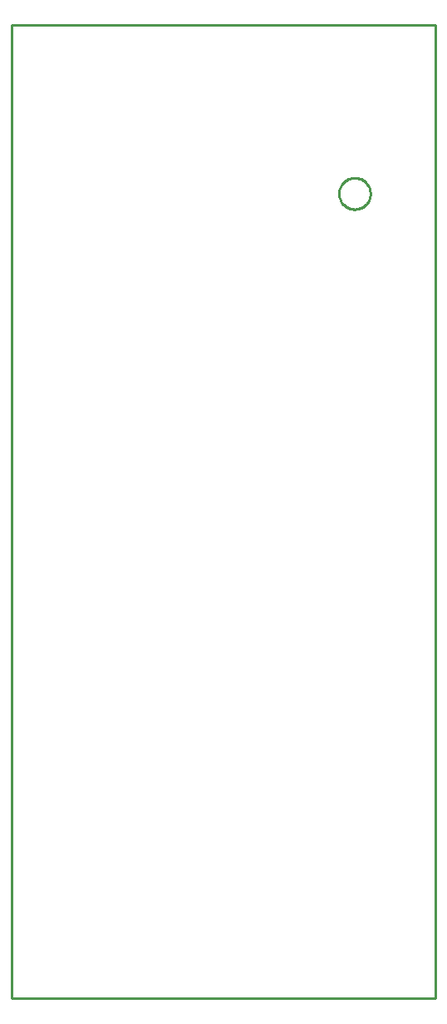
<source format=gbr>
G04 EAGLE Gerber RS-274X export*
G75*
%MOMM*%
%FSLAX34Y34*%
%LPD*%
%IN*%
%IPPOS*%
%AMOC8*
5,1,8,0,0,1.08239X$1,22.5*%
G01*
%ADD10C,0.254000*%


D10*
X0Y0D02*
X431800Y0D01*
X431800Y990600D01*
X0Y990600D01*
X0Y0D01*
X365252Y818626D02*
X365183Y817581D01*
X365047Y816542D01*
X364842Y815514D01*
X364571Y814502D01*
X364234Y813510D01*
X363833Y812542D01*
X363370Y811603D01*
X362846Y810695D01*
X362264Y809824D01*
X361626Y808993D01*
X360936Y808205D01*
X360195Y807464D01*
X359407Y806774D01*
X358576Y806136D01*
X357705Y805554D01*
X356797Y805030D01*
X355858Y804567D01*
X354890Y804166D01*
X353898Y803829D01*
X352886Y803558D01*
X351858Y803353D01*
X350819Y803217D01*
X349774Y803148D01*
X348726Y803148D01*
X347681Y803217D01*
X346642Y803353D01*
X345614Y803558D01*
X344602Y803829D01*
X343610Y804166D01*
X342642Y804567D01*
X341703Y805030D01*
X340795Y805554D01*
X339924Y806136D01*
X339093Y806774D01*
X338305Y807464D01*
X337564Y808205D01*
X336874Y808993D01*
X336236Y809824D01*
X335654Y810695D01*
X335130Y811603D01*
X334667Y812542D01*
X334266Y813510D01*
X333929Y814502D01*
X333658Y815514D01*
X333453Y816542D01*
X333317Y817581D01*
X333248Y818626D01*
X333248Y819674D01*
X333317Y820719D01*
X333453Y821758D01*
X333658Y822786D01*
X333929Y823798D01*
X334266Y824790D01*
X334667Y825758D01*
X335130Y826697D01*
X335654Y827605D01*
X336236Y828476D01*
X336874Y829307D01*
X337564Y830095D01*
X338305Y830836D01*
X339093Y831526D01*
X339924Y832164D01*
X340795Y832746D01*
X341703Y833270D01*
X342642Y833733D01*
X343610Y834134D01*
X344602Y834471D01*
X345614Y834742D01*
X346642Y834947D01*
X347681Y835083D01*
X348726Y835152D01*
X349774Y835152D01*
X350819Y835083D01*
X351858Y834947D01*
X352886Y834742D01*
X353898Y834471D01*
X354890Y834134D01*
X355858Y833733D01*
X356797Y833270D01*
X357705Y832746D01*
X358576Y832164D01*
X359407Y831526D01*
X360195Y830836D01*
X360936Y830095D01*
X361626Y829307D01*
X362264Y828476D01*
X362846Y827605D01*
X363370Y826697D01*
X363833Y825758D01*
X364234Y824790D01*
X364571Y823798D01*
X364842Y822786D01*
X365047Y821758D01*
X365183Y820719D01*
X365252Y819674D01*
X365252Y818626D01*
M02*

</source>
